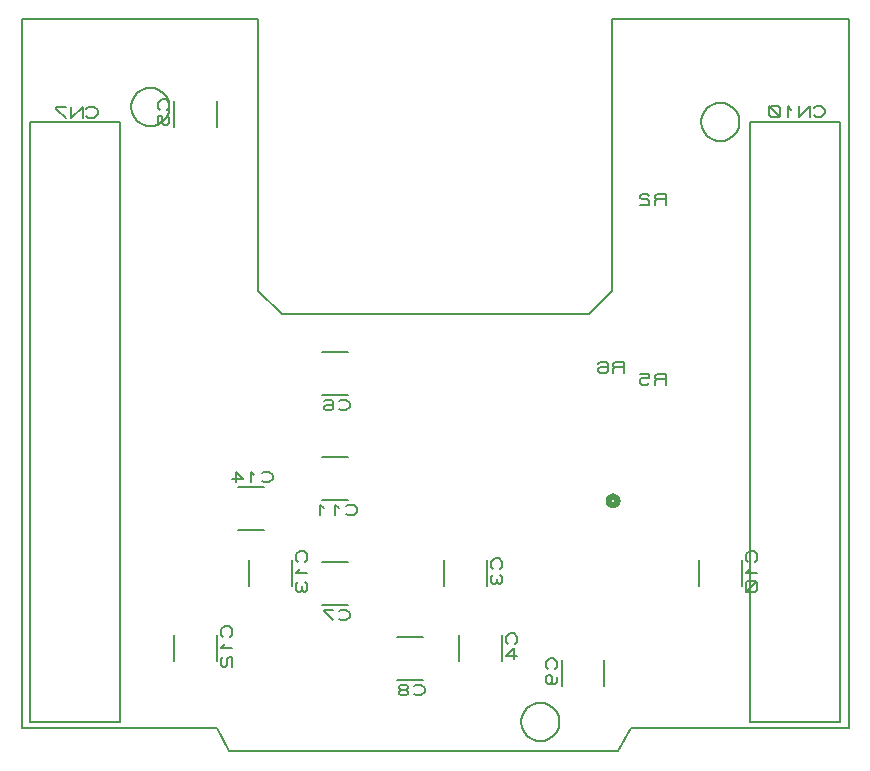
<source format=gbr>
G04 PROTEUS GERBER X2 FILE*
%TF.GenerationSoftware,Labcenter,Proteus,8.12-SP2-Build31155*%
%TF.CreationDate,2024-12-02T21:26:45+00:00*%
%TF.FileFunction,Legend,Bot*%
%TF.FilePolarity,Positive*%
%TF.Part,Single*%
%TF.SameCoordinates,{72233389-6efe-41d5-b27f-3128bedcde57}*%
%FSLAX45Y45*%
%MOMM*%
G01*
%TA.AperFunction,Profile*%
%ADD71C,0.203200*%
%TA.AperFunction,Material*%
%ADD23C,0.203200*%
%ADD24C,0.508000*%
%ADD26C,0.200000*%
%TD.AperFunction*%
D71*
X+0Y+0D02*
X+1650000Y+0D01*
X+7000000Y+0D02*
X+7000000Y+6000000D01*
X+5000000Y+6000000D01*
X+5000000Y+3700000D01*
X+4800000Y+3500000D01*
X+2200000Y+3500000D01*
X+2000000Y+3700000D02*
X+2000000Y+6000000D01*
X+0Y+6000000D01*
X+0Y+0D01*
X+2000000Y+3700000D02*
X+2200000Y+3500000D01*
X+5160000Y+0D02*
X+7000000Y+0D01*
X+1750000Y-200000D02*
X+5050000Y-200000D01*
X+1650000Y+0D02*
X+1750000Y-200000D01*
X+5160000Y+0D02*
X+5050000Y-200000D01*
X+4550045Y+50000D02*
X+4549508Y+63142D01*
X+4545144Y+89427D01*
X+4536029Y+115712D01*
X+4521182Y+141997D01*
X+4498470Y+168118D01*
X+4472185Y+187898D01*
X+4445900Y+200658D01*
X+4419615Y+208108D01*
X+4393330Y+210987D01*
X+4389000Y+211045D01*
X+4227955Y+50000D02*
X+4228492Y+63142D01*
X+4232856Y+89427D01*
X+4241971Y+115712D01*
X+4256818Y+141997D01*
X+4279530Y+168118D01*
X+4305815Y+187898D01*
X+4332100Y+200658D01*
X+4358385Y+208108D01*
X+4384670Y+210987D01*
X+4389000Y+211045D01*
X+4227955Y+50000D02*
X+4228492Y+36858D01*
X+4232856Y+10573D01*
X+4241971Y-15712D01*
X+4256818Y-41997D01*
X+4279530Y-68118D01*
X+4305815Y-87898D01*
X+4332100Y-100658D01*
X+4358385Y-108108D01*
X+4384670Y-110987D01*
X+4389000Y-111045D01*
X+4550045Y+50000D02*
X+4549508Y+36858D01*
X+4545144Y+10573D01*
X+4536029Y-15712D01*
X+4521182Y-41997D01*
X+4498470Y-68118D01*
X+4472185Y-87898D01*
X+4445900Y-100658D01*
X+4419615Y-108108D01*
X+4393330Y-110987D01*
X+4389000Y-111045D01*
X+6074045Y+5130000D02*
X+6073508Y+5143142D01*
X+6069144Y+5169427D01*
X+6060029Y+5195712D01*
X+6045182Y+5221997D01*
X+6022470Y+5248118D01*
X+5996185Y+5267898D01*
X+5969900Y+5280658D01*
X+5943615Y+5288108D01*
X+5917330Y+5290987D01*
X+5913000Y+5291045D01*
X+5751955Y+5130000D02*
X+5752492Y+5143142D01*
X+5756856Y+5169427D01*
X+5765971Y+5195712D01*
X+5780818Y+5221997D01*
X+5803530Y+5248118D01*
X+5829815Y+5267898D01*
X+5856100Y+5280658D01*
X+5882385Y+5288108D01*
X+5908670Y+5290987D01*
X+5913000Y+5291045D01*
X+5751955Y+5130000D02*
X+5752492Y+5116858D01*
X+5756856Y+5090573D01*
X+5765971Y+5064288D01*
X+5780818Y+5038003D01*
X+5803530Y+5011882D01*
X+5829815Y+4992102D01*
X+5856100Y+4979342D01*
X+5882385Y+4971892D01*
X+5908670Y+4969013D01*
X+5913000Y+4968955D01*
X+6074045Y+5130000D02*
X+6073508Y+5116858D01*
X+6069144Y+5090573D01*
X+6060029Y+5064288D01*
X+6045182Y+5038003D01*
X+6022470Y+5011882D01*
X+5996185Y+4992102D01*
X+5969900Y+4979342D01*
X+5943615Y+4971892D01*
X+5917330Y+4969013D01*
X+5913000Y+4968955D01*
X+1248045Y+5257000D02*
X+1247508Y+5270142D01*
X+1243144Y+5296427D01*
X+1234029Y+5322712D01*
X+1219182Y+5348997D01*
X+1196470Y+5375118D01*
X+1170185Y+5394898D01*
X+1143900Y+5407658D01*
X+1117615Y+5415108D01*
X+1091330Y+5417987D01*
X+1087000Y+5418045D01*
X+925955Y+5257000D02*
X+926492Y+5270142D01*
X+930856Y+5296427D01*
X+939971Y+5322712D01*
X+954818Y+5348997D01*
X+977530Y+5375118D01*
X+1003815Y+5394898D01*
X+1030100Y+5407658D01*
X+1056385Y+5415108D01*
X+1082670Y+5417987D01*
X+1087000Y+5418045D01*
X+925955Y+5257000D02*
X+926492Y+5243858D01*
X+930856Y+5217573D01*
X+939971Y+5191288D01*
X+954818Y+5165003D01*
X+977530Y+5138882D01*
X+1003815Y+5119102D01*
X+1030100Y+5106342D01*
X+1056385Y+5098892D01*
X+1082670Y+5096013D01*
X+1087000Y+5095955D01*
X+1248045Y+5257000D02*
X+1247508Y+5243858D01*
X+1243144Y+5217573D01*
X+1234029Y+5191288D01*
X+1219182Y+5165003D01*
X+1196470Y+5138882D01*
X+1170185Y+5119102D01*
X+1143900Y+5106342D01*
X+1117615Y+5098892D01*
X+1091330Y+5096013D01*
X+1087000Y+5095955D01*
D23*
X+70000Y+46000D02*
X+830000Y+46000D01*
X+830000Y+5126000D01*
X+70000Y+5126000D01*
X+70000Y+46000D01*
X+545250Y+5181880D02*
X+561125Y+5166640D01*
X+608750Y+5166640D01*
X+640500Y+5197120D01*
X+640500Y+5227600D01*
X+608750Y+5258080D01*
X+561125Y+5258080D01*
X+545250Y+5242840D01*
X+513500Y+5166640D02*
X+513500Y+5258080D01*
X+418250Y+5166640D01*
X+418250Y+5258080D01*
X+370625Y+5258080D02*
X+291250Y+5258080D01*
X+291250Y+5242840D01*
X+370625Y+5166640D01*
X+6166000Y+50000D02*
X+6926000Y+50000D01*
X+6926000Y+5130000D01*
X+6166000Y+5130000D01*
X+6166000Y+50000D01*
X+6704750Y+5185880D02*
X+6720625Y+5170640D01*
X+6768250Y+5170640D01*
X+6800000Y+5201120D01*
X+6800000Y+5231600D01*
X+6768250Y+5262080D01*
X+6720625Y+5262080D01*
X+6704750Y+5246840D01*
X+6673000Y+5170640D02*
X+6673000Y+5262080D01*
X+6577750Y+5170640D01*
X+6577750Y+5262080D01*
X+6514250Y+5231600D02*
X+6482500Y+5262080D01*
X+6482500Y+5170640D01*
X+6419000Y+5185880D02*
X+6419000Y+5246840D01*
X+6403125Y+5262080D01*
X+6339625Y+5262080D01*
X+6323750Y+5246840D01*
X+6323750Y+5185880D01*
X+6339625Y+5170640D01*
X+6403125Y+5170640D01*
X+6419000Y+5185880D01*
X+6419000Y+5170640D02*
X+6323750Y+5262080D01*
D24*
X+5043100Y+1920500D02*
X+5042969Y+1923658D01*
X+5041903Y+1929976D01*
X+5039672Y+1936294D01*
X+5036027Y+1942612D01*
X+5030452Y+1948851D01*
X+5024134Y+1953447D01*
X+5017816Y+1956380D01*
X+5011498Y+1958042D01*
X+5005180Y+1958600D01*
X+5005000Y+1958600D01*
X+4966900Y+1920500D02*
X+4967031Y+1923658D01*
X+4968097Y+1929976D01*
X+4970328Y+1936294D01*
X+4973973Y+1942612D01*
X+4979548Y+1948851D01*
X+4985866Y+1953447D01*
X+4992184Y+1956380D01*
X+4998502Y+1958042D01*
X+5004820Y+1958600D01*
X+5005000Y+1958600D01*
X+4966900Y+1920500D02*
X+4967031Y+1917342D01*
X+4968097Y+1911024D01*
X+4970328Y+1904706D01*
X+4973973Y+1898388D01*
X+4979548Y+1892149D01*
X+4985866Y+1887553D01*
X+4992184Y+1884620D01*
X+4998502Y+1882958D01*
X+5004820Y+1882400D01*
X+5005000Y+1882400D01*
X+5043100Y+1920500D02*
X+5042969Y+1917342D01*
X+5041903Y+1911024D01*
X+5039672Y+1904706D01*
X+5036027Y+1898388D01*
X+5030452Y+1892149D01*
X+5024134Y+1887553D01*
X+5017816Y+1884620D01*
X+5011498Y+1882958D01*
X+5005180Y+1882400D01*
X+5005000Y+1882400D01*
D26*
X+3574000Y+1200000D02*
X+3574000Y+1420000D01*
X+3934000Y+1200000D02*
X+3934000Y+1420000D01*
D23*
X+4050680Y+1341750D02*
X+4065920Y+1357625D01*
X+4065920Y+1405250D01*
X+4035440Y+1437000D01*
X+4004960Y+1437000D01*
X+3974480Y+1405250D01*
X+3974480Y+1357625D01*
X+3989720Y+1341750D01*
X+3989720Y+1294125D02*
X+3974480Y+1278250D01*
X+3974480Y+1230625D01*
X+3989720Y+1214750D01*
X+4004960Y+1214750D01*
X+4020200Y+1230625D01*
X+4035440Y+1214750D01*
X+4050680Y+1214750D01*
X+4065920Y+1230625D01*
X+4065920Y+1278250D01*
X+4050680Y+1294125D01*
X+4020200Y+1262375D02*
X+4020200Y+1230625D01*
D26*
X+3701000Y+565000D02*
X+3701000Y+785000D01*
X+4061000Y+565000D02*
X+4061000Y+785000D01*
D23*
X+4177680Y+706750D02*
X+4192920Y+722625D01*
X+4192920Y+770250D01*
X+4162440Y+802000D01*
X+4131960Y+802000D01*
X+4101480Y+770250D01*
X+4101480Y+722625D01*
X+4116720Y+706750D01*
X+4162440Y+579750D02*
X+4162440Y+675000D01*
X+4101480Y+611500D01*
X+4192920Y+611500D01*
D26*
X+1648000Y+5308000D02*
X+1648000Y+5088000D01*
X+1288000Y+5308000D02*
X+1288000Y+5088000D01*
D23*
X+1232280Y+5229750D02*
X+1247520Y+5245625D01*
X+1247520Y+5293250D01*
X+1217040Y+5325000D01*
X+1186560Y+5325000D01*
X+1156080Y+5293250D01*
X+1156080Y+5245625D01*
X+1171320Y+5229750D01*
X+1156080Y+5102750D02*
X+1156080Y+5182125D01*
X+1186560Y+5182125D01*
X+1186560Y+5118625D01*
X+1201800Y+5102750D01*
X+1232280Y+5102750D01*
X+1247520Y+5118625D01*
X+1247520Y+5166250D01*
X+1232280Y+5182125D01*
D26*
X+2540000Y+3180000D02*
X+2760000Y+3180000D01*
X+2540000Y+2820000D02*
X+2760000Y+2820000D01*
D23*
X+2681750Y+2703320D02*
X+2697625Y+2688080D01*
X+2745250Y+2688080D01*
X+2777000Y+2718560D01*
X+2777000Y+2749040D01*
X+2745250Y+2779520D01*
X+2697625Y+2779520D01*
X+2681750Y+2764280D01*
X+2554750Y+2764280D02*
X+2570625Y+2779520D01*
X+2618250Y+2779520D01*
X+2634125Y+2764280D01*
X+2634125Y+2703320D01*
X+2618250Y+2688080D01*
X+2570625Y+2688080D01*
X+2554750Y+2703320D01*
X+2554750Y+2718560D01*
X+2570625Y+2733800D01*
X+2634125Y+2733800D01*
D26*
X+2540000Y+1402000D02*
X+2760000Y+1402000D01*
X+2540000Y+1042000D02*
X+2760000Y+1042000D01*
D23*
X+2681750Y+925320D02*
X+2697625Y+910080D01*
X+2745250Y+910080D01*
X+2777000Y+940560D01*
X+2777000Y+971040D01*
X+2745250Y+1001520D01*
X+2697625Y+1001520D01*
X+2681750Y+986280D01*
X+2634125Y+1001520D02*
X+2554750Y+1001520D01*
X+2554750Y+986280D01*
X+2634125Y+910080D01*
D26*
X+3175000Y+767000D02*
X+3395000Y+767000D01*
X+3175000Y+407000D02*
X+3395000Y+407000D01*
D23*
X+3316750Y+290320D02*
X+3332625Y+275080D01*
X+3380250Y+275080D01*
X+3412000Y+305560D01*
X+3412000Y+336040D01*
X+3380250Y+366520D01*
X+3332625Y+366520D01*
X+3316750Y+351280D01*
X+3253250Y+320800D02*
X+3269125Y+336040D01*
X+3269125Y+351280D01*
X+3253250Y+366520D01*
X+3205625Y+366520D01*
X+3189750Y+351280D01*
X+3189750Y+336040D01*
X+3205625Y+320800D01*
X+3253250Y+320800D01*
X+3269125Y+305560D01*
X+3269125Y+290320D01*
X+3253250Y+275080D01*
X+3205625Y+275080D01*
X+3189750Y+290320D01*
X+3189750Y+305560D01*
X+3205625Y+320800D01*
D26*
X+4930000Y+575000D02*
X+4930000Y+355000D01*
X+4570000Y+575000D02*
X+4570000Y+355000D01*
D23*
X+4514280Y+496750D02*
X+4529520Y+512625D01*
X+4529520Y+560250D01*
X+4499040Y+592000D01*
X+4468560Y+592000D01*
X+4438080Y+560250D01*
X+4438080Y+512625D01*
X+4453320Y+496750D01*
X+4468560Y+369750D02*
X+4483800Y+385625D01*
X+4483800Y+433250D01*
X+4468560Y+449125D01*
X+4453320Y+449125D01*
X+4438080Y+433250D01*
X+4438080Y+385625D01*
X+4453320Y+369750D01*
X+4514280Y+369750D01*
X+4529520Y+385625D01*
X+4529520Y+433250D01*
D26*
X+5733000Y+1200000D02*
X+5733000Y+1420000D01*
X+6093000Y+1200000D02*
X+6093000Y+1420000D01*
D23*
X+6209680Y+1405250D02*
X+6224920Y+1421125D01*
X+6224920Y+1468750D01*
X+6194440Y+1500500D01*
X+6163960Y+1500500D01*
X+6133480Y+1468750D01*
X+6133480Y+1421125D01*
X+6148720Y+1405250D01*
X+6163960Y+1341750D02*
X+6133480Y+1310000D01*
X+6224920Y+1310000D01*
X+6209680Y+1246500D02*
X+6148720Y+1246500D01*
X+6133480Y+1230625D01*
X+6133480Y+1167125D01*
X+6148720Y+1151250D01*
X+6209680Y+1151250D01*
X+6224920Y+1167125D01*
X+6224920Y+1230625D01*
X+6209680Y+1246500D01*
X+6224920Y+1246500D02*
X+6133480Y+1151250D01*
D26*
X+2540000Y+2291000D02*
X+2760000Y+2291000D01*
X+2540000Y+1931000D02*
X+2760000Y+1931000D01*
D23*
X+2745250Y+1814320D02*
X+2761125Y+1799080D01*
X+2808750Y+1799080D01*
X+2840500Y+1829560D01*
X+2840500Y+1860040D01*
X+2808750Y+1890520D01*
X+2761125Y+1890520D01*
X+2745250Y+1875280D01*
X+2681750Y+1860040D02*
X+2650000Y+1890520D01*
X+2650000Y+1799080D01*
X+2554750Y+1860040D02*
X+2523000Y+1890520D01*
X+2523000Y+1799080D01*
D26*
X+1288000Y+565000D02*
X+1288000Y+785000D01*
X+1648000Y+565000D02*
X+1648000Y+785000D01*
D23*
X+1764680Y+770250D02*
X+1779920Y+786125D01*
X+1779920Y+833750D01*
X+1749440Y+865500D01*
X+1718960Y+865500D01*
X+1688480Y+833750D01*
X+1688480Y+786125D01*
X+1703720Y+770250D01*
X+1718960Y+706750D02*
X+1688480Y+675000D01*
X+1779920Y+675000D01*
X+1703720Y+595625D02*
X+1688480Y+579750D01*
X+1688480Y+532125D01*
X+1703720Y+516250D01*
X+1718960Y+516250D01*
X+1734200Y+532125D01*
X+1734200Y+579750D01*
X+1749440Y+595625D01*
X+1779920Y+595625D01*
X+1779920Y+516250D01*
D26*
X+1923000Y+1200000D02*
X+1923000Y+1420000D01*
X+2283000Y+1200000D02*
X+2283000Y+1420000D01*
D23*
X+2399680Y+1405250D02*
X+2414920Y+1421125D01*
X+2414920Y+1468750D01*
X+2384440Y+1500500D01*
X+2353960Y+1500500D01*
X+2323480Y+1468750D01*
X+2323480Y+1421125D01*
X+2338720Y+1405250D01*
X+2353960Y+1341750D02*
X+2323480Y+1310000D01*
X+2414920Y+1310000D01*
X+2338720Y+1230625D02*
X+2323480Y+1214750D01*
X+2323480Y+1167125D01*
X+2338720Y+1151250D01*
X+2353960Y+1151250D01*
X+2369200Y+1167125D01*
X+2384440Y+1151250D01*
X+2399680Y+1151250D01*
X+2414920Y+1167125D01*
X+2414920Y+1214750D01*
X+2399680Y+1230625D01*
X+2369200Y+1198875D02*
X+2369200Y+1167125D01*
D26*
X+2047000Y+1677000D02*
X+1827000Y+1677000D01*
X+2047000Y+2037000D02*
X+1827000Y+2037000D01*
D23*
X+2032250Y+2092720D02*
X+2048125Y+2077480D01*
X+2095750Y+2077480D01*
X+2127500Y+2107960D01*
X+2127500Y+2138440D01*
X+2095750Y+2168920D01*
X+2048125Y+2168920D01*
X+2032250Y+2153680D01*
X+1968750Y+2138440D02*
X+1937000Y+2168920D01*
X+1937000Y+2077480D01*
X+1778250Y+2107960D02*
X+1873500Y+2107960D01*
X+1810000Y+2168920D01*
X+1810000Y+2077480D01*
X+5455000Y+4427480D02*
X+5455000Y+4518920D01*
X+5375625Y+4518920D01*
X+5359750Y+4503680D01*
X+5359750Y+4488440D01*
X+5375625Y+4473200D01*
X+5455000Y+4473200D01*
X+5375625Y+4473200D02*
X+5359750Y+4457960D01*
X+5359750Y+4427480D01*
X+5312125Y+4503680D02*
X+5296250Y+4518920D01*
X+5248625Y+4518920D01*
X+5232750Y+4503680D01*
X+5232750Y+4488440D01*
X+5248625Y+4473200D01*
X+5296250Y+4473200D01*
X+5312125Y+4457960D01*
X+5312125Y+4427480D01*
X+5232750Y+4427480D01*
X+5455000Y+2903480D02*
X+5455000Y+2994920D01*
X+5375625Y+2994920D01*
X+5359750Y+2979680D01*
X+5359750Y+2964440D01*
X+5375625Y+2949200D01*
X+5455000Y+2949200D01*
X+5375625Y+2949200D02*
X+5359750Y+2933960D01*
X+5359750Y+2903480D01*
X+5232750Y+2994920D02*
X+5312125Y+2994920D01*
X+5312125Y+2964440D01*
X+5248625Y+2964440D01*
X+5232750Y+2949200D01*
X+5232750Y+2918720D01*
X+5248625Y+2903480D01*
X+5296250Y+2903480D01*
X+5312125Y+2918720D01*
X+5101000Y+3005080D02*
X+5101000Y+3096520D01*
X+5021625Y+3096520D01*
X+5005750Y+3081280D01*
X+5005750Y+3066040D01*
X+5021625Y+3050800D01*
X+5101000Y+3050800D01*
X+5021625Y+3050800D02*
X+5005750Y+3035560D01*
X+5005750Y+3005080D01*
X+4878750Y+3081280D02*
X+4894625Y+3096520D01*
X+4942250Y+3096520D01*
X+4958125Y+3081280D01*
X+4958125Y+3020320D01*
X+4942250Y+3005080D01*
X+4894625Y+3005080D01*
X+4878750Y+3020320D01*
X+4878750Y+3035560D01*
X+4894625Y+3050800D01*
X+4958125Y+3050800D01*
M02*

</source>
